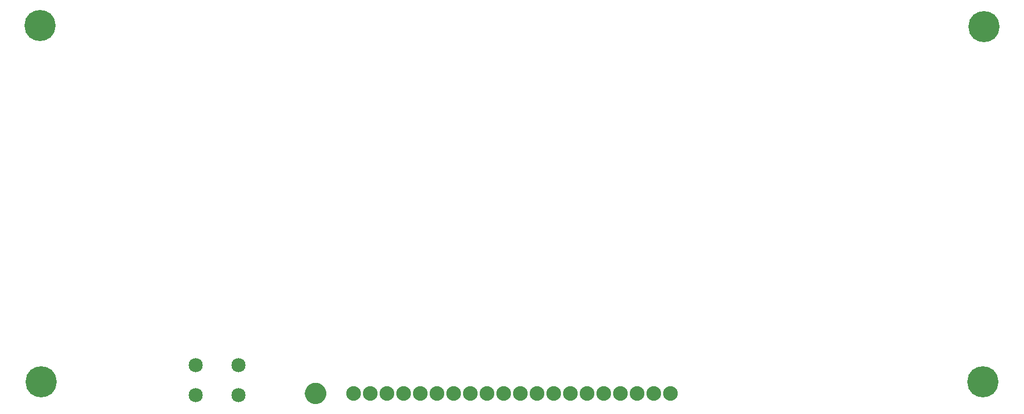
<source format=gbs>
G04 MADE WITH FRITZING*
G04 WWW.FRITZING.ORG*
G04 DOUBLE SIDED*
G04 HOLES PLATED*
G04 CONTOUR ON CENTER OF CONTOUR VECTOR*
%ASAXBY*%
%FSLAX23Y23*%
%MOIN*%
%OFA0B0*%
%SFA1.0B1.0*%
%ADD10C,0.085000*%
%ADD11C,0.088000*%
%ADD12C,0.039370*%
%ADD13C,0.187165*%
%ADD14R,0.001000X0.001000*%
%LNMASK0*%
G90*
G70*
G54D10*
X1313Y54D03*
X1057Y54D03*
X1313Y232D03*
X1057Y232D03*
G54D11*
X3903Y62D03*
X3803Y62D03*
X3703Y62D03*
X3603Y62D03*
X3503Y62D03*
X3403Y62D03*
X3303Y62D03*
X3203Y62D03*
X3103Y62D03*
X3003Y62D03*
X2903Y62D03*
X2803Y62D03*
X2703Y62D03*
X2603Y62D03*
X2503Y62D03*
X2403Y62D03*
X2303Y62D03*
X2203Y62D03*
X2103Y62D03*
X2003Y62D03*
G54D12*
X1777Y62D03*
G54D13*
X5785Y2267D03*
X132Y133D03*
X5777Y133D03*
X124Y2275D03*
G54D14*
X1768Y127D02*
X1785Y127D01*
X1763Y126D02*
X1791Y126D01*
X1759Y125D02*
X1795Y125D01*
X1756Y124D02*
X1798Y124D01*
X1753Y123D02*
X1801Y123D01*
X1751Y122D02*
X1803Y122D01*
X1749Y121D02*
X1805Y121D01*
X1747Y120D02*
X1807Y120D01*
X1745Y119D02*
X1808Y119D01*
X1743Y118D02*
X1810Y118D01*
X1742Y117D02*
X1812Y117D01*
X1740Y116D02*
X1813Y116D01*
X1739Y115D02*
X1814Y115D01*
X1738Y114D02*
X1816Y114D01*
X1736Y113D02*
X1817Y113D01*
X1735Y112D02*
X1818Y112D01*
X1734Y111D02*
X1819Y111D01*
X1733Y110D02*
X1820Y110D01*
X1732Y109D02*
X1822Y109D01*
X1731Y108D02*
X1822Y108D01*
X1730Y107D02*
X1823Y107D01*
X1729Y106D02*
X1824Y106D01*
X1728Y105D02*
X1825Y105D01*
X1727Y104D02*
X1826Y104D01*
X1727Y103D02*
X1827Y103D01*
X1726Y102D02*
X1827Y102D01*
X1725Y101D02*
X1828Y101D01*
X1725Y100D02*
X1829Y100D01*
X1724Y99D02*
X1830Y99D01*
X1723Y98D02*
X1830Y98D01*
X1723Y97D02*
X1831Y97D01*
X1722Y96D02*
X1831Y96D01*
X1721Y95D02*
X1832Y95D01*
X1721Y94D02*
X1833Y94D01*
X1720Y93D02*
X1833Y93D01*
X1720Y92D02*
X1834Y92D01*
X1719Y91D02*
X1834Y91D01*
X1719Y90D02*
X1835Y90D01*
X1718Y89D02*
X1835Y89D01*
X1718Y88D02*
X1835Y88D01*
X1718Y87D02*
X1836Y87D01*
X1717Y86D02*
X1836Y86D01*
X1717Y85D02*
X1837Y85D01*
X1717Y84D02*
X1837Y84D01*
X1716Y83D02*
X1837Y83D01*
X1716Y82D02*
X1838Y82D01*
X1716Y81D02*
X1838Y81D01*
X1715Y80D02*
X1838Y80D01*
X1715Y79D02*
X1838Y79D01*
X1715Y78D02*
X1839Y78D01*
X1715Y77D02*
X1839Y77D01*
X1714Y76D02*
X1839Y76D01*
X1714Y75D02*
X1839Y75D01*
X1714Y74D02*
X1839Y74D01*
X1714Y73D02*
X1839Y73D01*
X1714Y72D02*
X1840Y72D01*
X1714Y71D02*
X1840Y71D01*
X1714Y70D02*
X1840Y70D01*
X1713Y69D02*
X1840Y69D01*
X1713Y68D02*
X1840Y68D01*
X1713Y67D02*
X1840Y67D01*
X1713Y66D02*
X1840Y66D01*
X1713Y65D02*
X1840Y65D01*
X1713Y64D02*
X1840Y64D01*
X1713Y63D02*
X1840Y63D01*
X1713Y62D02*
X1840Y62D01*
X1713Y61D02*
X1840Y61D01*
X1713Y60D02*
X1840Y60D01*
X1713Y59D02*
X1840Y59D01*
X1714Y58D02*
X1840Y58D01*
X1714Y57D02*
X1840Y57D01*
X1714Y56D02*
X1840Y56D01*
X1714Y55D02*
X1839Y55D01*
X1714Y54D02*
X1839Y54D01*
X1714Y53D02*
X1839Y53D01*
X1714Y52D02*
X1839Y52D01*
X1715Y51D02*
X1839Y51D01*
X1715Y50D02*
X1839Y50D01*
X1715Y49D02*
X1838Y49D01*
X1715Y48D02*
X1838Y48D01*
X1716Y47D02*
X1838Y47D01*
X1716Y46D02*
X1838Y46D01*
X1716Y45D02*
X1837Y45D01*
X1716Y44D02*
X1837Y44D01*
X1717Y43D02*
X1837Y43D01*
X1717Y42D02*
X1836Y42D01*
X1717Y41D02*
X1836Y41D01*
X1718Y40D02*
X1836Y40D01*
X1718Y39D02*
X1835Y39D01*
X1719Y38D02*
X1835Y38D01*
X1719Y37D02*
X1834Y37D01*
X1720Y36D02*
X1834Y36D01*
X1720Y35D02*
X1833Y35D01*
X1721Y34D02*
X1833Y34D01*
X1721Y33D02*
X1832Y33D01*
X1722Y32D02*
X1832Y32D01*
X1722Y31D02*
X1831Y31D01*
X1723Y30D02*
X1830Y30D01*
X1724Y29D02*
X1830Y29D01*
X1724Y28D02*
X1829Y28D01*
X1725Y27D02*
X1828Y27D01*
X1726Y26D02*
X1828Y26D01*
X1726Y25D02*
X1827Y25D01*
X1727Y24D02*
X1826Y24D01*
X1728Y23D02*
X1825Y23D01*
X1729Y22D02*
X1825Y22D01*
X1730Y21D02*
X1824Y21D01*
X1731Y20D02*
X1823Y20D01*
X1731Y19D02*
X1822Y19D01*
X1732Y18D02*
X1821Y18D01*
X1734Y17D02*
X1820Y17D01*
X1735Y16D02*
X1819Y16D01*
X1736Y15D02*
X1818Y15D01*
X1737Y14D02*
X1816Y14D01*
X1738Y13D02*
X1815Y13D01*
X1740Y12D02*
X1814Y12D01*
X1741Y11D02*
X1812Y11D01*
X1743Y10D02*
X1811Y10D01*
X1744Y9D02*
X1809Y9D01*
X1746Y8D02*
X1807Y8D01*
X1748Y7D02*
X1806Y7D01*
X1750Y6D02*
X1804Y6D01*
X1752Y5D02*
X1802Y5D01*
X1755Y4D02*
X1799Y4D01*
X1757Y3D02*
X1796Y3D01*
X1761Y2D02*
X1792Y2D01*
X1765Y1D02*
X1788Y1D01*
X1773Y0D02*
X1780Y0D01*
D02*
G04 End of Mask0*
M02*
</source>
